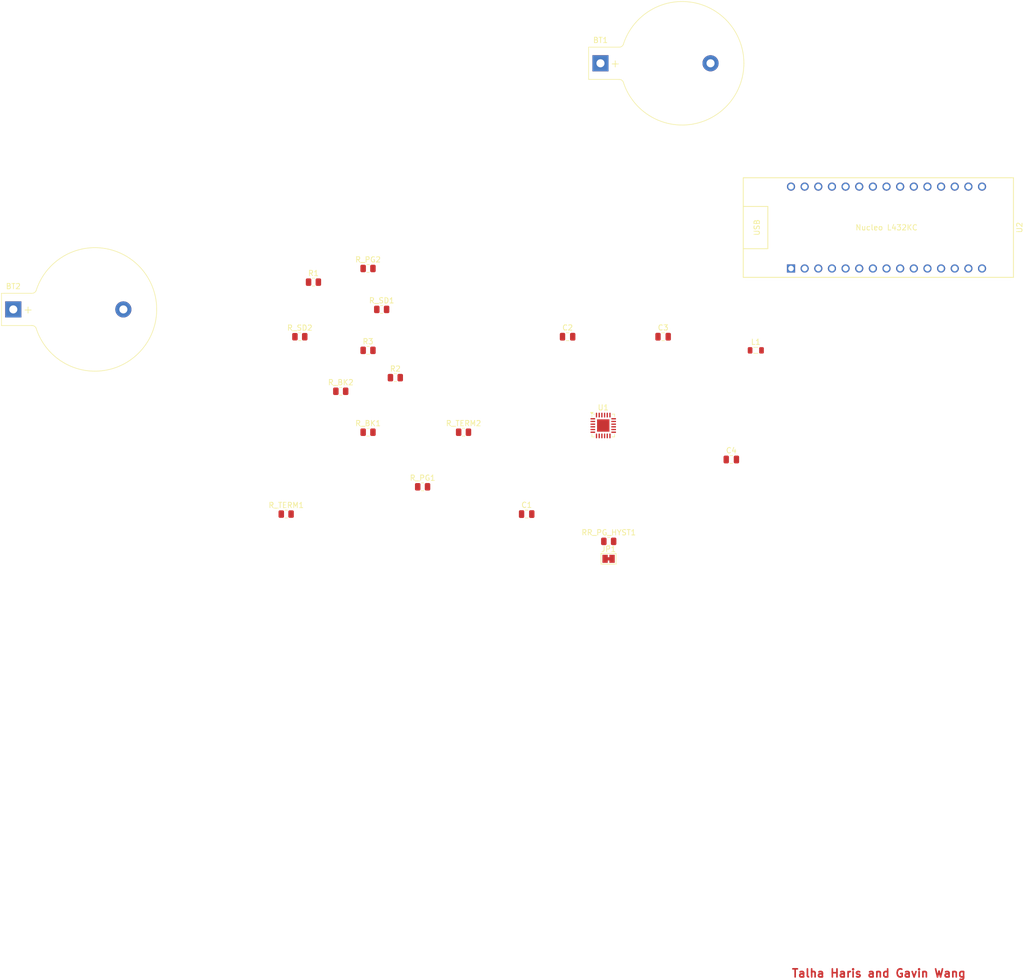
<source format=kicad_pcb>
(kicad_pcb (version 20240108) (generator "pcbnew") (generator_version "8.0")
  (layers (0 "F.Cu" signal) (31 "B.Cu" signal) (34 "B.Paste" user) (35 "F.Paste" user) (36 "B.SilkS" user "B.Silkscreen") (37 "F.SilkS" user "F.Silkscreen") (38 "B.Mask" user) (39 "F.Mask" user) (44 "Edge.Cuts" user))
  (net 0 "")
  (net 1 "Net-(BT1-+)")
  (net 2 "Net-(U1-SETHYST)")
  (net 3 "GND")
  (net 4 "Net-(U1-REG_FB)")
  (net 5 "Net-(U1-REG_D0)")
  (net 6 "Net-(TEG1-POS_Lead_Wire)")
  (net 7 "Net-(U1-SETBK)")
  (net 8 "Net-(U1-PGOOD)")
  (net 10 "Net-(BT2-+)")
  (net 11 "Net-(U1-MPPT)")
  (net 12 "Net-(JP1-B)")
  (net 13 "Net-(U1-CBP)")
  (net 14 "Net-(U1-VID)")
  (net 15 "GNDA")
  (net 16 "Net-(U1-SETSD)")
  (net 17 "Net-(U1-SW)")
  (net 18 "Net-(U1-LLD)")
  (net 19 "Net-(U1-REF)")
  (net 20 "Net-(U1-SETPG)")
  (net 21 "Net-(U1-TERM)")
  (net 22 "Net-(JP1-A)")
  (footprint "Capacitor_SMD:C_0805_2012Metric" (layer "F.Cu") (at 176.85 93.98)
    (property "Reference" "C4" (at 0 -1.68 0) (layer "F.SilkS"))
    (property "Value" "10uF")
    (fp_line (start -0.261252 -0.735) (end 0.261252 -0.735) (stroke (width 0.12)) (layer "F.SilkS"))
    (fp_line (start -0.261252 0.735) (end 0.261252 0.735) (stroke (width 0.12)) (layer "F.SilkS"))
    (pad "1" smd roundrect (at -0.95 0) (size 1 1.45) (layers "F.Cu" "F.Paste" "F.Mask") (net 4 "Net-(U1-REG_FB)"))
    (pad "2" smd roundrect (at 0.95 0) (size 1 1.45) (layers "F.Cu" "F.Paste" "F.Mask") (net 3 "GND"))
  )
  (footprint "Resistor_SMD:R_0805_2012Metric" (layer "F.Cu") (at 154.0275 109.22)
    (property "Reference" "RR_PG_HYST1" (at 0 -1.65 0) (layer "F.SilkS"))
    (property "Value" "100k")
    (fp_line (start -0.227064 -0.735) (end 0.227064 -0.735) (stroke (width 0.12)) (layer "F.SilkS"))
    (fp_line (start -0.227064 0.735) (end 0.227064 0.735) (stroke (width 0.12)) (layer "F.SilkS"))
    (pad "1" smd roundrect (at -0.9125 0) (size 1.025 1.4) (layers "F.Cu" "F.Paste" "F.Mask") (roundrect_rratio 0.243902) (net 20 "Net-(U1-SETPG)"))
    (pad "2" smd roundrect (at 0.9125 0) (size 1.025 1.4) (layers "F.Cu" "F.Paste" "F.Mask") (roundrect_rratio 0.243902) (net 2 "Net-(U1-SETHYST)"))
  )
  (footprint "Resistor_SMD:R_0805_2012Metric" (layer "F.Cu") (at 109.22 73.66)
    (property "Reference" "R3" (at 0 -1.65 0) (layer "F.SilkS"))
    (property "Value" "150k")
    (fp_line (start -0.227064 -0.735) (end 0.227064 -0.735) (stroke (width 0.12)) (layer "F.SilkS"))
    (fp_line (start -0.227064 0.735) (end 0.227064 0.735) (stroke (width 0.12)) (layer "F.SilkS"))
    (pad "1" smd roundrect (at -0.9125 0) (size 1.025 1.4) (layers "F.Cu" "F.Paste" "F.Mask") (roundrect_rratio 0.243902) (net 15 "GNDA"))
    (pad "2" smd roundrect (at 0.9125 0) (size 1.025 1.4) (layers "F.Cu" "F.Paste" "F.Mask") (roundrect_rratio 0.243902) (net 22 "Net-(JP1-A)"))
  )
  (footprint "Capacitor_SMD:C_0805_2012Metric" (layer "F.Cu") (at 146.37 71.12)
    (property "Reference" "C2" (at 0 -1.68 0) (layer "F.SilkS"))
    (property "Value" "10uF")
    (fp_line (start -0.261252 -0.735) (end 0.261252 -0.735) (stroke (width 0.12)) (layer "F.SilkS"))
    (fp_line (start -0.261252 0.735) (end 0.261252 0.735) (stroke (width 0.12)) (layer "F.SilkS"))
    (pad "1" smd roundrect (at -0.95 0) (size 1 1.45) (layers "F.Cu" "F.Paste" "F.Mask") (net 6 "Net-(TEG1-POS_Lead_Wire)"))
    (pad "2" smd roundrect (at 0.95 0) (size 1 1.45) (layers "F.Cu" "F.Paste" "F.Mask") (net 3 "GND"))
  )
  (footprint "Resistor_SMD:R_0805_2012Metric" (layer "F.Cu") (at 119.38 99.06)
    (property "Reference" "R_PG1" (at 0 -1.65 0) (layer "F.SilkS"))
    (property "Value" "6.19M")
    (fp_line (start -0.227064 -0.735) (end 0.227064 -0.735) (stroke (width 0.12)) (layer "F.SilkS"))
    (fp_line (start -0.227064 0.735) (end 0.227064 0.735) (stroke (width 0.12)) (layer "F.SilkS"))
    (pad "1" smd roundrect (at -0.9125 0) (size 1.025 1.4) (layers "F.Cu" "F.Paste" "F.Mask") (roundrect_rratio 0.243902) (net 19 "Net-(U1-REF)"))
    (pad "2" smd roundrect (at 0.9125 0) (size 1.025 1.4) (layers "F.Cu" "F.Paste" "F.Mask") (roundrect_rratio 0.243902) (net 20 "Net-(U1-SETPG)"))
  )
  (footprint "UTSVT_Special:NucleoL432KC" (layer "F.Cu") (at 205.74 50.8)
    (property "Reference" "U2" (at 24.765 0 90) (layer "F.SilkS"))
    (property "Value" "Nucleo_L432KC")
    (fp_line (start -26.67 -9.271) (end -26.67 9.271) (stroke (width 0.15)) (layer "F.SilkS"))
    (fp_line (start -26.67 -3.937) (end -22.098 -3.937) (stroke (width 0.15)) (layer "F.SilkS"))
    (fp_line (start -26.67 9.271) (end 23.622 9.271) (stroke (width 0.15)) (layer "F.SilkS"))
    (fp_line (start -22.098 -3.937) (end -22.098 3.937) (stroke (width 0.15)) (layer "F.SilkS"))
    (fp_line (start -22.098 3.937) (end -26.67 3.937) (stroke (width 0.15)) (layer "F.SilkS"))
    (fp_line (start 23.622 -9.271) (end -26.67 -9.271) (stroke (width 0.15)) (layer "F.SilkS"))
    (fp_line (start 23.622 9.271) (end 23.622 -9.271) (stroke (width 0.15)) (layer "F.SilkS"))
    (fp_text user "Nucleo L432KC" (at 0 0 0) (layer "F.SilkS"))
    (fp_text user "USB" (at -24.13 0 90) (layer "F.SilkS"))
    (pad "1" thru_hole rect (at -17.78 7.62) (size 1.524 1.524) (drill 1.02108) (layers "*.Cu" "*.Mask"))
    (pad "2" thru_hole circle (at -15.24 7.62) (size 1.524 1.524) (drill 1.02108) (layers "*.Cu" "*.Mask"))
    (pad "3" thru_hole circle (at -12.7 7.62) (size 1.524 1.524) (drill 1.02108) (layers "*.Cu" "*.Mask"))
    (pad "4" thru_hole circle (at -10.16 7.62) (size 1.524 1.524) (drill 1.02108) (layers "*.Cu" "*.Mask"))
    (pad "5" thru_hole circle (at -7.62 7.62) (size 1.524 1.524) (drill 1.02108) (layers "*.Cu" "*.Mask"))
    (pad "6" thru_hole circle (at -5.08 7.62) (size 1.524 1.524) (drill 1.02108) (layers "*.Cu" "*.Mask") (net 18 "Net-(U1-LLD)"))
    (pad "7" thru_hole circle (at -2.54 7.62) (size 1.524 1.524) (drill 1.02108) (layers "*.Cu" "*.Mask"))
    (pad "8" thru_hole circle (at 0 7.62) (size 1.524 1.524) (drill 1.02108) (layers "*.Cu" "*.Mask"))
    (pad "9" thru_hole circle (at 2.54 7.62) (size 1.524 1.524) (drill 1.02108) (layers "*.Cu" "*.Mask"))
    (pad "10" thru_hole circle (at 5.08 7.62) (size 1.524 1.524) (drill 1.02108) (layers "*.Cu" "*.Mask") (net 8 "Net-(U1-PGOOD)"))
    (pad "11" thru_hole circle (at 7.62 7.62) (size 1.524 1.524) (drill 1.02108) (layers "*.Cu" "*.Mask"))
    (pad "12" thru_hole circle (at 10.16 7.62) (size 1.524 1.524) (drill 1.02108) (layers "*.Cu" "*.Mask"))
    (pad "13" thru_hole circle (at 12.7 7.62) (size 1.524 1.524) (drill 1.02108) (layers "*.Cu" "*.Mask"))
    (pad "14" thru_hole circle (at 15.24 7.62) (size 1.524 1.524) (drill 1.02108) (layers "*.Cu" "*.Mask"))
    (pad "15" thru_hole circle (at 17.78 7.62) (size 1.524 1.524) (drill 1.02108) (layers "*.Cu" "*.Mask"))
    (pad "16" thru_hole circle (at 17.78 -7.62) (size 1.524 1.524) (drill 1.02108) (layers "*.Cu" "*.Mask"))
    (pad "17" thru_hole circle (at 15.24 -7.62) (size 1.524 1.524) (drill 1.02108) (layers "*.Cu" "*.Mask"))
    (pad "18" thru_hole circle (at 12.7 -7.62) (size 1.524 1.524) (drill 1.02108) (layers "*.Cu" "*.Mask"))
    (pad "19" thru_hole circle (at 10.16 -7.62) (size 1.524 1.524) (drill 1.02108) (layers "*.Cu" "*.Mask"))
    (pad "20" thru_hole circle (at 7.62 -7.62) (size 1.524 1.524) (drill 1.02108) (layers "*.Cu" "*.Mask"))
    (pad "21" thru_hole circle (at 5.08 -7.62) (size 1.524 1.524) (drill 1.02108) (layers "*.Cu" "*.Mask"))
    (pad "22" thru_hole circle (at 2.54 -7.62) (size 1.524 1.524) (drill 1.02108) (layers "*.Cu" "*.Mask"))
    (pad "23" thru_hole circle (at 0 -7.62) (size 1.524 1.524) (drill 1.02108) (layers "*.Cu" "*.Mask") (net 5 "Net-(U1-REG_D0)"))
    (pad "24" thru_hole circle (at -2.54 -7.62) (size 1.524 1.524) (drill 1.02108) (layers "*.Cu" "*.Mask"))
    (pad "25" thru_hole circle (at -5.08 -7.62) (size 1.524 1.524) (drill 1.02108) (layers "*.Cu" "*.Mask"))
    (pad "26" thru_hole circle (at -7.62 -7.62) (size 1.524 1.524) (drill 1.02108) (layers "*.Cu" "*.Mask"))
    (pad "27" thru_hole circle (at -10.16 -7.62) (size 1.524 1.524) (drill 1.02108) (layers "*.Cu" "*.Mask"))
    (pad "28" thru_hole circle (at -12.7 -7.62) (size 1.524 1.524) (drill 1.02108) (layers "*.Cu" "*.Mask"))
    (pad "29" thru_hole circle (at -15.24 -7.62) (size 1.524 1.524) (drill 1.02108) (layers "*.Cu" "*.Mask") (net 3 "GND"))
    (pad "30" thru_hole circle (at -17.78 -7.62) (size 1.524 1.524) (drill 1.02108) (layers "*.Cu" "*.Mask") (net 4 "Net-(U1-REG_FB)"))
  )
  (footprint "Capacitor_SMD:C_0805_2012Metric" (layer "F.Cu") (at 164.15 71.12)
    (property "Reference" "C3" (at 0 -1.68 0) (layer "F.SilkS"))
    (property "Value" "4.7uF")
    (fp_line (start -0.261252 -0.735) (end 0.261252 -0.735) (stroke (width 0.12)) (layer "F.SilkS"))
    (fp_line (start -0.261252 0.735) (end 0.261252 0.735) (stroke (width 0.12)) (layer "F.SilkS"))
    (pad "1" smd roundrect (at -0.95 0) (size 1 1.45) (layers "F.Cu" "F.Paste" "F.Mask") (net 4 "Net-(U1-REG_FB)"))
    (pad "2" smd roundrect (at 0.95 0) (size 1 1.45) (layers "F.Cu" "F.Paste" "F.Mask") (net 3 "GND"))
  )
  (footprint "Resistor_SMD:R_0805_2012Metric" (layer "F.Cu") (at 104.14 81.28)
    (property "Reference" "R_BK2" (at 0 -1.65 0) (layer "F.SilkS"))
    (property "Value" "4.02M")
    (fp_line (start -0.227064 -0.735) (end 0.227064 -0.735) (stroke (width 0.12)) (layer "F.SilkS"))
    (fp_line (start -0.227064 0.735) (end 0.227064 0.735) (stroke (width 0.12)) (layer "F.SilkS"))
    (pad "1" smd roundrect (at -0.9125 0) (size 1.025 1.4) (layers "F.Cu" "F.Paste" "F.Mask") (roundrect_rratio 0.243902) (net 7 "Net-(U1-SETBK)"))
    (pad "2" smd roundrect (at 0.9125 0) (size 1.025 1.4) (layers "F.Cu" "F.Paste" "F.Mask") (roundrect_rratio 0.243902) (net 15 "GNDA"))
  )
  (footprint "Resistor_SMD:R_0805_2012Metric" (layer "F.Cu") (at 114.3 78.74)
    (property "Reference" "R2" (at 0 -1.65 0) (layer "F.SilkS"))
    (property "Value" "250k")
    (fp_line (start -0.227064 -0.735) (end 0.227064 -0.735) (stroke (width 0.12)) (layer "F.SilkS"))
    (fp_line (start -0.227064 0.735) (end 0.227064 0.735) (stroke (width 0.12)) (layer "F.SilkS"))
    (pad "1" smd roundrect (at -0.9125 0) (size 1.025 1.4) (layers "F.Cu" "F.Paste" "F.Mask") (roundrect_rratio 0.243902) (net 15 "GNDA"))
    (pad "2" smd roundrect (at 0.9125 0) (size 1.025 1.4) (layers "F.Cu" "F.Paste" "F.Mask") (roundrect_rratio 0.243902) (net 11 "Net-(U1-MPPT)"))
  )
  (footprint "Battery:BatteryHolder_Keystone_103_1x20mm" (layer "F.Cu") (at 43.18 66.04)
    (property "Reference" "BT2" (at 0 -4.3 0) (layer "F.SilkS"))
    (property "Value" "Battery_Cell")
    (fp_line (start -2.2 -3) (end 3.5 -3) (stroke (width 0.12)) (layer "F.SilkS"))
    (fp_line (start -2.2 3) (end -2.2 -3) (stroke (width 0.12)) (layer "F.SilkS"))
    (fp_line (start -2.2 3) (end 3.5 3) (stroke (width 0.12)) (layer "F.SilkS"))
    (fp_arc (start 3.5 3) (mid 3.950694 3.136459) (end 4.25 3.5) (stroke (width 0.12)) (layer "F.SilkS"))
    (fp_arc (start 4.25 -3.5) (mid 3.950694 -3.136459) (end 3.5 -3) (stroke (width 0.12)) (layer "F.SilkS"))
    (fp_arc (start 4.25 -3.5) (mid 16.971103 -11.358466) (end 26.695671 0) (stroke (width 0.12)) (layer "F.SilkS"))
    (fp_arc (start 26.695671 0) (mid 16.971103 11.358466) (end 4.25 3.5) (stroke (width 0.12)) (layer "F.SilkS"))
    (fp_text user "+" (at 2.75 0 0) (layer "F.SilkS") (effects (font (size 1.5 1.5))))
    (pad "1" thru_hole rect (at 0 0) (size 3 3) (drill 1.5) (layers "*.Cu" "*.Mask") (net 10 "Net-(BT2-+)"))
    (pad "2" thru_hole circle (at 20.49 0) (size 3 3) (drill 1.5) (layers "*.Cu" "*.Mask") (net 3 "GND"))
  )
  (footprint "Resistor_SMD:R_0805_2012Metric" (layer "F.Cu") (at 99.06 60.96)
    (property "Reference" "R1" (at 0 -1.65 0) (layer "F.SilkS"))
    (property "Value" "111k")
    (fp_line (start -0.227064 -0.735) (end 0.227064 -0.735) (stroke (width 0.12)) (layer "F.SilkS"))
    (fp_line (start -0.227064 0.735) (end 0.227064 0.735) (stroke (width 0.12)) (layer "F.SilkS"))
    (pad "1" smd roundrect (at -0.9125 0) (size 1.025 1.4) (layers "F.Cu" "F.Paste" "F.Mask") (roundrect_rratio 0.243902) (net 15 "GNDA"))
    (pad "2" smd roundrect (at 0.9125 0) (size 1.025 1.4) (layers "F.Cu" "F.Paste" "F.Mask") (roundrect_rratio 0.243902) (net 14 "Net-(U1-VID)"))
  )
  (footprint "Battery:BatteryHolder_Keystone_103_1x20mm" (layer "F.Cu") (at 152.49 20.22)
    (property "Reference" "BT1" (at 0 -4.3 0) (layer "F.SilkS"))
    (property "Value" "Battery_Cell")
    (fp_line (start -2.2 -3) (end 3.5 -3) (stroke (width 0.12)) (layer "F.SilkS"))
    (fp_line (start -2.2 3) (end -2.2 -3) (stroke (width 0.12)) (layer "F.SilkS"))
    (fp_line (start -2.2 3) (end 3.5 3) (stroke (width 0.12)) (layer "F.SilkS"))
    (fp_arc (start 3.5 3) (mid 3.950694 3.136459) (end 4.25 3.5) (stroke (width 0.12)) (layer "F.SilkS"))
    (fp_arc (start 4.25 -3.5) (mid 3.950694 -3.136459) (end 3.5 -3) (stroke (width 0.12)) (layer "F.SilkS"))
    (fp_arc (start 4.25 -3.5) (mid 16.971103 -11.358466) (end 26.695671 0) (stroke (width 0.12)) (layer "F.SilkS"))
    (fp_arc (start 26.695671 0) (mid 16.971103 11.358466) (end 4.25 3.5) (stroke (width 0.12)) (layer "F.SilkS"))
    (fp_text user "+" (at 2.75 0 0) (layer "F.SilkS") (effects (font (size 1.5 1.5))))
    (pad "1" thru_hole rect (at 0 0) (size 3 3) (drill 1.5) (layers "*.Cu" "*.Mask") (net 1 "Net-(BT1-+)"))
    (pad "2" thru_hole circle (at 20.49 0) (size 3 3) (drill 1.5) (layers "*.Cu" "*.Mask") (net 3 "GND"))
  )
  (footprint "Package_CSP:LFCSP-24-1EP_4x4mm_P0.5mm_EP2.3x2.3mm" (layer "F.Cu") (at 153.0025 87.65)
    (property "Reference" "U1" (at 0 -3.33 0) (layer "F.SilkS"))
    (property "Value" "ADP5091")
    (fp_line (start -2.11 -1.635) (end -2.11 -1.87) (stroke (width 0.12)) (layer "F.SilkS"))
    (fp_line (start -2.11 2.11) (end -2.11 1.635) (stroke (width 0.12)) (layer "F.SilkS"))
    (fp_line (start -1.635 -2.11) (end -1.81 -2.11) (stroke (width 0.12)) (layer "F.SilkS"))
    (fp_line (start -1.635 2.11) (end -2.11 2.11) (stroke (width 0.12)) (layer "F.SilkS"))
    (fp_line (start 1.635 -2.11) (end 2.11 -2.11) (stroke (width 0.12)) (layer "F.SilkS"))
    (fp_line (start 1.635 2.11) (end 2.11 2.11) (stroke (width 0.12)) (layer "F.SilkS"))
    (fp_line (start 2.11 -2.11) (end 2.11 -1.635) (stroke (width 0.12)) (layer "F.SilkS"))
    (fp_line (start 2.11 2.11) (end 2.11 1.635) (stroke (width 0.12)) (layer "F.SilkS"))
    (fp_poly (pts (xy -2.11 -2.11) (xy -2.35 -2.44) (xy -1.87 -2.44) (xy -2.11 -2.11)) (stroke (width 0.12)) (fill solid) (layer "F.SilkS"))
    (pad "1" smd roundrect (at -1.9375 -1.25) (size 0.875 0.25) (layers "F.Cu" "F.Paste" "F.Mask") (net 19 "Net-(U1-REF)"))
    (pad "2" smd roundrect (at -1.9375 -0.75) (size 0.875 0.25) (layers "F.Cu" "F.Paste" "F.Mask") (net 16 "Net-(U1-SETSD)"))
    (pad "3" smd roundrect (at -1.9375 -0.25) (size 0.875 0.25) (layers "F.Cu" "F.Paste" "F.Mask") (net 7 "Net-(U1-SETBK)"))
    (pad "4" smd roundrect (at -1.9375 0.25) (size 0.875 0.25) (layers "F.Cu" "F.Paste" "F.Mask") (net 21 "Net-(U1-TERM)"))
    (pad "5" smd roundrect (at -1.9375 0.75) (size 0.875 0.25) (layers "F.Cu" "F.Paste" "F.Mask") (net 20 "Net-(U1-SETPG)"))
    (pad "6" smd roundrect (at -1.9375 1.25) (size 0.875 0.25) (layers "F.Cu" "F.Paste" "F.Mask") (net 2 "Net-(U1-SETHYST)"))
    (pad "7" smd roundrect (at -1.25 1.9375) (size 0.25 0.875) (layers "F.Cu" "F.Paste" "F.Mask") (net 3 "GND"))
    (pad "8" smd roundrect (at -0.75 1.9375) (size 0.25 0.875) (layers "F.Cu" "F.Paste" "F.Mask") (net 13 "Net-(U1-CBP)"))
    (pad "9" smd roundrect (at -0.25 1.9375) (size 0.25 0.875) (layers "F.Cu" "F.Paste" "F.Mask") (net 11 "Net-(U1-MPPT)"))
    (pad "10" smd roundrect (at 0.25 1.9375) (size 0.25 0.875) (layers "F.Cu" "F.Paste" "F.Mask") (net 6 "Net-(TEG1-POS_Lead_Wire)"))
    (pad "11" smd roundrect (at 0.75 1.9375) (size 0.25 0.875) (layers "F.Cu" "F.Paste" "F.Mask") (net 18 "Net-(U1-LLD)"))
    (pad "12" smd roundrect (at 1.25 1.9375) (size 0.25 0.875) (layers "F.Cu" "F.Paste" "F.Mask") (net 3 "GND"))
    (pad "13" smd roundrect (at 1.9375 1.25) (size 0.875 0.25) (layers "F.Cu" "F.Paste" "F.Mask") (net 17 "Net-(U1-SW)"))
    (pad "14" smd roundrect (at 1.9375 0.75) (size 0.875 0.25) (layers "F.Cu" "F.Paste" "F.Mask") (net 4 "Net-(U1-REG_FB)"))
    (pad "15" smd roundrect (at 1.9375 0.25) (size 0.875 0.25) (layers "F.Cu" "F.Paste" "F.Mask") (net 4 "Net-(U1-REG_FB)"))
    (pad "16" smd roundrect (at 1.9375 -0.25) (size 0.875 0.25) (layers "F.Cu" "F.Paste" "F.Mask") (net 4 "Net-(U1-REG_FB)"))
    (pad "17" smd roundrect (at 1.9375 -0.75) (size 0.875 0.25) (layers "F.Cu" "F.Paste" "F.Mask") (net 1 "Net-(BT1-+)"))
    (pad "18" smd roundrect (at 1.9375 -1.25) (size 0.875 0.25) (layers "F.Cu" "F.Paste" "F.Mask") (net 10 "Net-(BT2-+)"))
    (pad "19" smd roundrect (at 1.25 -1.9375) (size 0.25 0.875) (layers "F.Cu" "F.Paste" "F.Mask") (net 8 "Net-(U1-PGOOD)"))
    (pad "20" smd roundrect (at 0.75 -1.9375) (size 0.25 0.875) (layers "F.Cu" "F.Paste" "F.Mask") (net 14 "Net-(U1-VID)"))
    (pad "21" smd roundrect (at 0.25 -1.9375) (size 0.25 0.875) (layers "F.Cu" "F.Paste" "F.Mask") (net 12 "Net-(JP1-B)"))
    (pad "22" smd roundrect (at -0.25 -1.9375) (size 0.25 0.875) (layers "F.Cu" "F.Paste" "F.Mask"))
    (pad "23" smd roundrect (at -0.75 -1.9375) (size 0.25 0.875) (layers "F.Cu" "F.Paste" "F.Mask") (net 15 "GNDA"))
    (pad "24" smd roundrect (at -1.25 -1.9375) (size 0.25 0.875) (layers "F.Cu" "F.Paste" "F.Mask") (net 5 "Net-(U1-REG_D0)"))
    (pad "25" smd rect (at 0 0) (size 2.3 2.3) (property pad_prop_heatsink) (layers "F.Cu" "F.Mask") (net 3 "GND"))
  )
  (footprint "Jumper:SolderJumper-2_P1.3mm_Bridged_Pad1.0x1.5mm" (layer "F.Cu") (at 153.9975 112.47)
    (property "Reference" "JP1" (at 0 -1.8 0) (layer "F.SilkS"))
    (property "Value" "Jumper_2_Bridged")
    (fp_poly (pts (xy -0.25 -0.3) (xy 0.25 -0.3) (xy 0.25 0.3) (xy -0.25 0.3)) (fill solid) (layer "F.Cu"))
    (fp_line (start -1.4 -1) (end 1.4 -1) (stroke (width 0.12)) (layer "F.SilkS"))
    (fp_line (start -1.4 1) (end -1.4 -1) (stroke (width 0.12)) (layer "F.SilkS"))
    (fp_line (start 1.4 -1) (end 1.4 1) (stroke (width 0.12)) (layer "F.SilkS"))
    (fp_line (start 1.4 1) (end -1.4 1) (stroke (width 0.12)) (layer "F.SilkS"))
    (pad "1" smd rect (at -0.65 0) (size 1 1.5) (layers "F.Cu" "F.Mask") (net 22 "Net-(JP1-A)"))
    (pad "2" smd rect (at 0.65 0) (size 1 1.5) (layers "F.Cu" "F.Mask") (net 12 "Net-(JP1-B)"))
  )
  (footprint "Resistor_SMD:R_0805_2012Metric" (layer "F.Cu") (at 111.76 66.04)
    (property "Reference" "R_SD1" (at 0 -1.65 0) (layer "F.SilkS"))
    (property "Value" "5.9M")
    (fp_line (start -0.227064 -0.735) (end 0.227064 -0.735) (stroke (width 0.12)) (layer "F.SilkS"))
    (fp_line (start -0.227064 0.735) (end 0.227064 0.735) (stroke (width 0.12)) (layer "F.SilkS"))
    (pad "1" smd roundrect (at -0.9125 0) (size 1.025 1.4) (layers "F.Cu" "F.Paste" "F.Mask") (roundrect_rratio 0.243902) (net 19 "Net-(U1-REF)"))
    (pad "2" smd roundrect (at 0.9125 0) (size 1.025 1.4) (layers "F.Cu" "F.Paste" "F.Mask") (roundrect_rratio 0.243902) (net 16 "Net-(U1-SETSD)"))
  )
  (footprint "Resistor_SMD:R_0805_2012Metric" (layer "F.Cu") (at 109.22 58.42)
    (property "Reference" "R_PG2" (at 0 -1.65 0) (layer "F.SilkS"))
    (property "Value" "3.83M")
    (fp_line (start -0.227064 -0.735) (end 0.227064 -0.735) (stroke (width 0.12)) (layer "F.SilkS"))
    (fp_line (start -0.227064 0.735) (end 0.227064 0.735) (stroke (width 0.12)) (layer "F.SilkS"))
    (pad "1" smd roundrect (at -0.9125 0) (size 1.025 1.4) (layers "F.Cu" "F.Paste" "F.Mask") (roundrect_rratio 0.243902) (net 2 "Net-(U1-SETHYST)"))
    (pad "2" smd roundrect (at 0.9125 0) (size 1.025 1.4) (layers "F.Cu" "F.Paste" "F.Mask") (roundrect_rratio 0.243902) (net 15 "GNDA"))
  )
  (footprint "Resistor_SMD:R_0805_2012Metric" (layer "F.Cu") (at 127 88.9)
    (property "Reference" "R_TERM2" (at 0 -1.65 0) (layer "F.SilkS"))
    (property "Value" "4.12M")
    (fp_line (start -0.227064 -0.735) (end 0.227064 -0.735) (stroke (width 0.12)) (layer "F.SilkS"))
    (fp_line (start -0.227064 0.735) (end 0.227064 0.735) (stroke (width 0.12)) (layer "F.SilkS"))
    (pad "1" smd roundrect (at -0.9125 0) (size 1.025 1.4) (layers "F.Cu" "F.Paste" "F.Mask") (roundrect_rratio 0.243902) (net 21 "Net-(U1-TERM)"))
    (pad "2" smd roundrect (at 0.9125 0) (size 1.025 1.4) (layers "F.Cu" "F.Paste" "F.Mask") (roundrect_rratio 0.243902) (net 15 "GNDA"))
  )
  (footprint "Resistor_SMD:R_0805_2012Metric" (layer "F.Cu") (at 109.22 88.9)
    (property "Reference" "R_BK1" (at 0 -1.65 0) (layer "F.SilkS"))
    (property "Value" "6.04M")
    (fp_line (start -0.227064 -0.735) (end 0.227064 -0.735) (stroke (width 0.12)) (layer "F.SilkS"))
    (fp_line (start -0.227064 0.735) (end 0.227064 0.735) (stroke (width 0.12)) (layer "F.SilkS"))
    (pad "1" smd roundrect (at -0.9125 0) (size 1.025 1.4) (layers "F.Cu" "F.Paste" "F.Mask") (roundrect_rratio 0.243902) (net 19 "Net-(U1-REF)"))
    (pad "2" smd roundrect (at 0.9125 0) (size 1.025 1.4) (layers "F.Cu" "F.Paste" "F.Mask") (roundrect_rratio 0.243902) (net 7 "Net-(U1-SETBK)"))
  )
  (footprint "Inductor_SMD:L_0805_2012Metric" (layer "F.Cu") (at 181.4025 73.66)
    (property "Reference" "L1" (at 0 -1.55 0) (layer "F.SilkS"))
    (property "Value" "22uH")
    (fp_line (start -0.399622 -0.56) (end 0.399622 -0.56) (stroke (width 0.12)) (layer "F.SilkS"))
    (fp_line (start -0.399622 0.56) (end 0.399622 0.56) (stroke (width 0.12)) (layer "F.SilkS"))
    (pad "1" smd roundrect (at -1.0625 0) (size 0.875 1.2) (layers "F.Cu" "F.Paste" "F.Mask") (net 17 "Net-(U1-SW)"))
    (pad "2" smd roundrect (at 1.0625 0) (size 0.875 1.2) (layers "F.Cu" "F.Paste" "F.Mask") (net 6 "Net-(TEG1-POS_Lead_Wire)"))
  )
  (footprint "Capacitor_SMD:C_0805_2012Metric" (layer "F.Cu") (at 138.75 104.14)
    (property "Reference" "C1" (at 0 -1.68 0) (layer "F.SilkS"))
    (property "Value" "10nF")
    (fp_line (start -0.261252 -0.735) (end 0.261252 -0.735) (stroke (width 0.12)) (layer "F.SilkS"))
    (fp_line (start -0.261252 0.735) (end 0.261252 0.735) (stroke (width 0.12)) (layer "F.SilkS"))
    (pad "1" smd roundrect (at -0.95 0) (size 1 1.45) (layers "F.Cu" "F.Paste" "F.Mask") (net 13 "Net-(U1-CBP)"))
    (pad "2" smd roundrect (at 0.95 0) (size 1 1.45) (layers "F.Cu" "F.Paste" "F.Mask") (net 15 "GNDA"))
  )
  (footprint "Resistor_SMD:R_0805_2012Metric" (layer "F.Cu") (at 93.98 104.14)
    (property "Reference" "R_TERM1" (at 0 -1.65 0) (layer "F.SilkS"))
    (property "Value" "5.9M")
    (fp_line (start -0.227064 -0.735) (end 0.227064 -0.735) (stroke (width 0.12)) (layer "F.SilkS"))
    (fp_line (start -0.227064 0.735) (end 0.227064 0.735) (stroke (width 0.12)) (layer "F.SilkS"))
    (pad "1" smd roundrect (at -0.9125 0) (size 1.025 1.4) (layers "F.Cu" "F.Paste" "F.Mask") (roundrect_rratio 0.243902) (net 19 "Net-(U1-REF)"))
    (pad "2" smd roundrect (at 0.9125 0) (size 1.025 1.4) (layers "F.Cu" "F.Paste" "F.Mask") (roundrect_rratio 0.243902) (net 21 "Net-(U1-TERM)"))
  )
  (footprint "Resistor_SMD:R_0805_2012Metric" (layer "F.Cu") (at 96.52 71.12)
    (property "Reference" "R_SD2" (at 0 -1.65 0) (layer "F.SilkS"))
    (property "Value" "4.12M")
    (fp_line (start -0.227064 -0.735) (end 0.227064 -0.735) (stroke (width 0.12)) (layer "F.SilkS"))
    (fp_line (start -0.227064 0.735) (end 0.227064 0.735) (stroke (width 0.12)) (layer "F.SilkS"))
    (pad "1" smd roundrect (at -0.9125 0) (size 1.025 1.4) (layers "F.Cu" "F.Paste" "F.Mask") (roundrect_rratio 0.243902) (net 16 "Net-(U1-SETSD)"))
    (pad "2" smd roundrect (at 0.9125 0) (size 1.025 1.4) (layers "F.Cu" "F.Paste" "F.Mask") (roundrect_rratio 0.243902) (net 15 "GNDA"))
  )
  (gr_text "Talha Haris and Gavin Wang\n" (at 187.96 190.5 0) (layer "F.Cu") (effects (font (size 1.5 1.5) (thickness 0.3) (bold yes)) (justify left bottom)))
)
</source>
